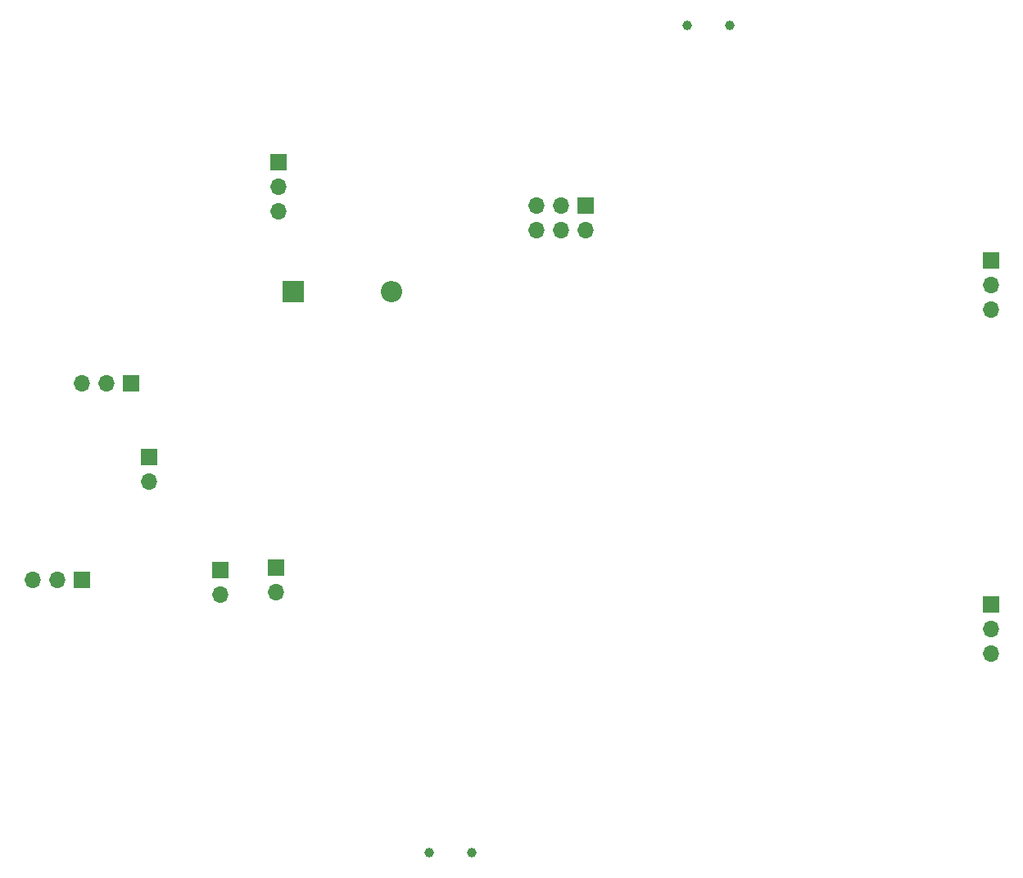
<source format=gbs>
G04 #@! TF.GenerationSoftware,KiCad,Pcbnew,7.0.7*
G04 #@! TF.CreationDate,2024-04-22T17:45:01+02:00*
G04 #@! TF.ProjectId,SE3-pad,5345332d-7061-4642-9e6b-696361645f70,rev?*
G04 #@! TF.SameCoordinates,Original*
G04 #@! TF.FileFunction,Soldermask,Bot*
G04 #@! TF.FilePolarity,Negative*
%FSLAX46Y46*%
G04 Gerber Fmt 4.6, Leading zero omitted, Abs format (unit mm)*
G04 Created by KiCad (PCBNEW 7.0.7) date 2024-04-22 17:45:01*
%MOMM*%
%LPD*%
G01*
G04 APERTURE LIST*
%ADD10R,1.700000X1.700000*%
%ADD11O,1.700000X1.700000*%
%ADD12R,2.200000X2.200000*%
%ADD13O,2.200000X2.200000*%
%ADD14C,1.000000*%
G04 APERTURE END LIST*
D10*
X140970000Y-67945000D03*
D11*
X140970000Y-70485000D03*
X138430000Y-67945000D03*
X138430000Y-70485000D03*
X135890000Y-67945000D03*
X135890000Y-70485000D03*
D10*
X109220000Y-63500000D03*
D11*
X109220000Y-66040000D03*
X109220000Y-68580000D03*
D10*
X88900000Y-106680000D03*
D11*
X86360000Y-106680000D03*
X83820000Y-106680000D03*
D10*
X93980000Y-86360000D03*
D11*
X91440000Y-86360000D03*
X88900000Y-86360000D03*
D10*
X95885000Y-93975000D03*
D11*
X95885000Y-96515000D03*
D10*
X103251000Y-105664000D03*
D11*
X103251000Y-108204000D03*
D12*
X110720000Y-76835000D03*
D13*
X120880000Y-76835000D03*
D14*
X155870000Y-49335000D03*
X151470000Y-49335000D03*
D10*
X108966000Y-105410000D03*
D11*
X108966000Y-107950000D03*
D14*
X124800000Y-134815000D03*
X129200000Y-134815000D03*
D10*
X182880000Y-109220000D03*
D11*
X182880000Y-111760000D03*
X182880000Y-114300000D03*
D10*
X182880000Y-73660000D03*
D11*
X182880000Y-76200000D03*
X182880000Y-78740000D03*
M02*

</source>
